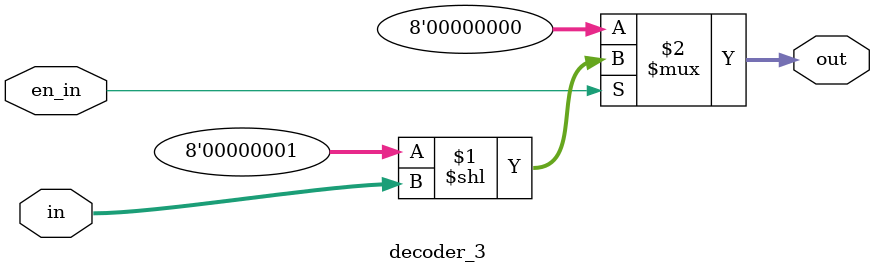
<source format=v>
`timescale 1ns / 1ps


module decoder_3(
    input [2:0] in,
    input en_in,
    output [7:0] out
    );
    
    assign out = en_in ? (8'b00000001 << in) : 8'b00000000;
    
endmodule


</source>
